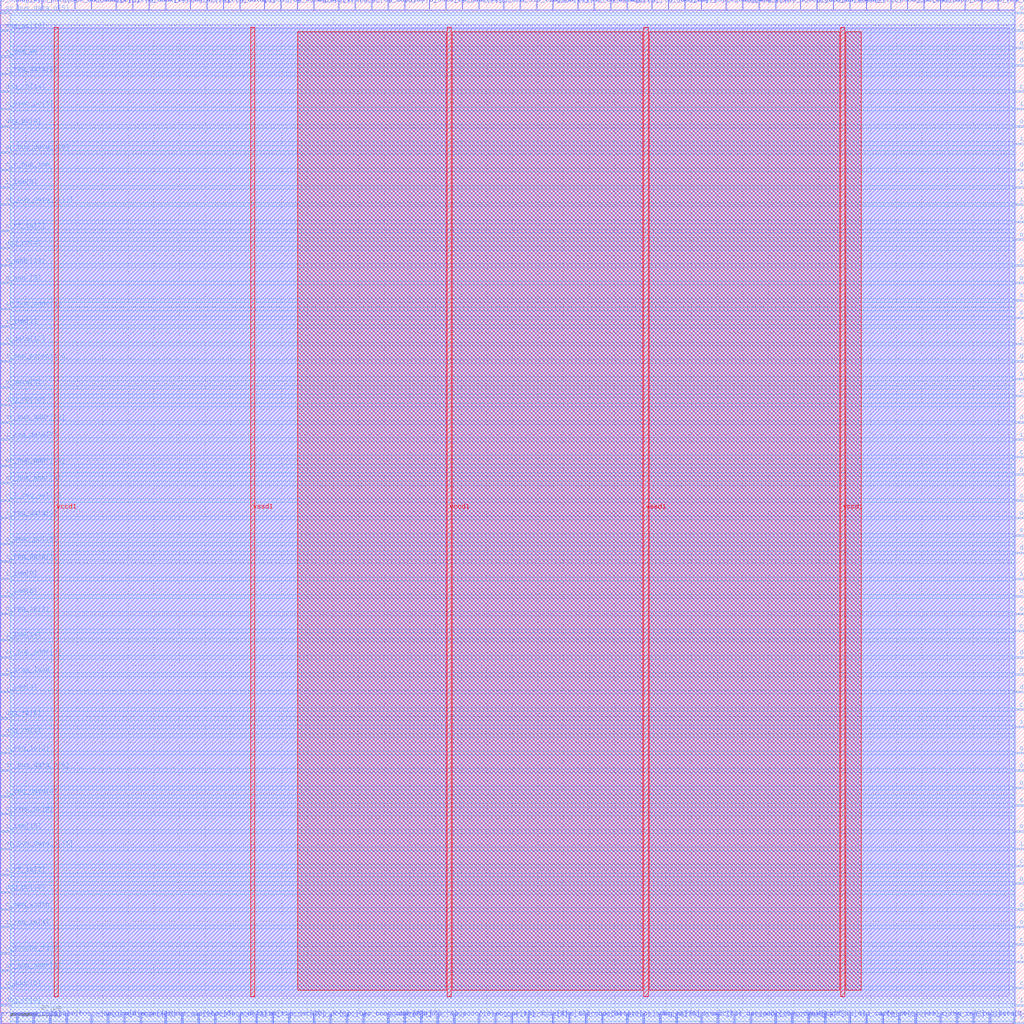
<source format=lef>
VERSION 5.7 ;
  NOWIREEXTENSIONATPIN ON ;
  DIVIDERCHAR "/" ;
  BUSBITCHARS "[]" ;
MACRO execute
  CLASS BLOCK ;
  FOREIGN execute ;
  ORIGIN 0.000 0.000 ;
  SIZE 400.000 BY 400.000 ;
  PIN c_alu_carry_en
    DIRECTION INPUT ;
    USE SIGNAL ;
    PORT
      LAYER met2 ;
        RECT 331.750 0.000 332.030 4.000 ;
    END
  END c_alu_carry_en
  PIN c_alu_flags_ie
    DIRECTION INPUT ;
    USE SIGNAL ;
    PORT
      LAYER met2 ;
        RECT 202.950 396.000 203.230 400.000 ;
    END
  END c_alu_flags_ie
  PIN c_alu_mode[0]
    DIRECTION INPUT ;
    USE SIGNAL ;
    PORT
      LAYER met2 ;
        RECT 70.930 0.000 71.210 4.000 ;
    END
  END c_alu_mode[0]
  PIN c_alu_mode[1]
    DIRECTION INPUT ;
    USE SIGNAL ;
    PORT
      LAYER met2 ;
        RECT 83.810 0.000 84.090 4.000 ;
    END
  END c_alu_mode[1]
  PIN c_alu_mode[2]
    DIRECTION INPUT ;
    USE SIGNAL ;
    PORT
      LAYER met2 ;
        RECT 302.770 396.000 303.050 400.000 ;
    END
  END c_alu_mode[2]
  PIN c_alu_mode[3]
    DIRECTION INPUT ;
    USE SIGNAL ;
    PORT
      LAYER met2 ;
        RECT 222.270 0.000 222.550 4.000 ;
    END
  END c_alu_mode[3]
  PIN c_jump_cond_code[0]
    DIRECTION INPUT ;
    USE SIGNAL ;
    PORT
      LAYER met2 ;
        RECT 302.770 0.000 303.050 4.000 ;
    END
  END c_jump_cond_code[0]
  PIN c_jump_cond_code[1]
    DIRECTION INPUT ;
    USE SIGNAL ;
    PORT
      LAYER met2 ;
        RECT 225.490 396.000 225.770 400.000 ;
    END
  END c_jump_cond_code[1]
  PIN c_jump_cond_code[2]
    DIRECTION INPUT ;
    USE SIGNAL ;
    PORT
      LAYER met2 ;
        RECT 135.330 0.000 135.610 4.000 ;
    END
  END c_jump_cond_code[2]
  PIN c_jump_cond_code[3]
    DIRECTION INPUT ;
    USE SIGNAL ;
    PORT
      LAYER met2 ;
        RECT 293.110 0.000 293.390 4.000 ;
    END
  END c_jump_cond_code[3]
  PIN c_jump_cond_code[4]
    DIRECTION INPUT ;
    USE SIGNAL ;
    PORT
      LAYER met2 ;
        RECT 35.510 0.000 35.790 4.000 ;
    END
  END c_jump_cond_code[4]
  PIN c_l_reg_sel[0]
    DIRECTION INPUT ;
    USE SIGNAL ;
    PORT
      LAYER met2 ;
        RECT 251.250 0.000 251.530 4.000 ;
    END
  END c_l_reg_sel[0]
  PIN c_l_reg_sel[1]
    DIRECTION INPUT ;
    USE SIGNAL ;
    PORT
      LAYER met3 ;
        RECT 0.000 204.040 4.000 204.640 ;
    END
  END c_l_reg_sel[1]
  PIN c_l_reg_sel[2]
    DIRECTION INPUT ;
    USE SIGNAL ;
    PORT
      LAYER met3 ;
        RECT 396.000 13.640 400.000 14.240 ;
    END
  END c_l_reg_sel[2]
  PIN c_mem_access
    DIRECTION INPUT ;
    USE SIGNAL ;
    PORT
      LAYER met3 ;
        RECT 396.000 387.640 400.000 388.240 ;
    END
  END c_mem_access
  PIN c_mem_we
    DIRECTION INPUT ;
    USE SIGNAL ;
    PORT
      LAYER met2 ;
        RECT 389.710 396.000 389.990 400.000 ;
    END
  END c_mem_we
  PIN c_mem_width
    DIRECTION INPUT ;
    USE SIGNAL ;
    PORT
      LAYER met3 ;
        RECT 0.000 44.240 4.000 44.840 ;
    END
  END c_mem_width
  PIN c_pc_ie
    DIRECTION INPUT ;
    USE SIGNAL ;
    PORT
      LAYER met3 ;
        RECT 396.000 61.240 400.000 61.840 ;
    END
  END c_pc_ie
  PIN c_pc_inc
    DIRECTION INPUT ;
    USE SIGNAL ;
    PORT
      LAYER met3 ;
        RECT 396.000 30.640 400.000 31.240 ;
    END
  END c_pc_inc
  PIN c_r_bus_imm
    DIRECTION INPUT ;
    USE SIGNAL ;
    PORT
      LAYER met3 ;
        RECT 0.000 333.240 4.000 333.840 ;
    END
  END c_r_bus_imm
  PIN c_r_reg_sel[0]
    DIRECTION INPUT ;
    USE SIGNAL ;
    PORT
      LAYER met3 ;
        RECT 396.000 122.440 400.000 123.040 ;
    END
  END c_r_reg_sel[0]
  PIN c_r_reg_sel[1]
    DIRECTION INPUT ;
    USE SIGNAL ;
    PORT
      LAYER met2 ;
        RECT 116.010 396.000 116.290 400.000 ;
    END
  END c_r_reg_sel[1]
  PIN c_r_reg_sel[2]
    DIRECTION INPUT ;
    USE SIGNAL ;
    PORT
      LAYER met3 ;
        RECT 396.000 363.840 400.000 364.440 ;
    END
  END c_r_reg_sel[2]
  PIN c_rf_ie[0]
    DIRECTION INPUT ;
    USE SIGNAL ;
    PORT
      LAYER met2 ;
        RECT 322.090 0.000 322.370 4.000 ;
    END
  END c_rf_ie[0]
  PIN c_rf_ie[1]
    DIRECTION INPUT ;
    USE SIGNAL ;
    PORT
      LAYER met2 ;
        RECT 309.210 0.000 309.490 4.000 ;
    END
  END c_rf_ie[1]
  PIN c_rf_ie[2]
    DIRECTION INPUT ;
    USE SIGNAL ;
    PORT
      LAYER met3 ;
        RECT 0.000 57.840 4.000 58.440 ;
    END
  END c_rf_ie[2]
  PIN c_rf_ie[3]
    DIRECTION INPUT ;
    USE SIGNAL ;
    PORT
      LAYER met2 ;
        RECT 80.590 396.000 80.870 400.000 ;
    END
  END c_rf_ie[3]
  PIN c_rf_ie[4]
    DIRECTION INPUT ;
    USE SIGNAL ;
    PORT
      LAYER met2 ;
        RECT 206.170 0.000 206.450 4.000 ;
    END
  END c_rf_ie[4]
  PIN c_rf_ie[5]
    DIRECTION INPUT ;
    USE SIGNAL ;
    PORT
      LAYER met3 ;
        RECT 396.000 153.040 400.000 153.640 ;
    END
  END c_rf_ie[5]
  PIN c_rf_ie[6]
    DIRECTION INPUT ;
    USE SIGNAL ;
    PORT
      LAYER met2 ;
        RECT 45.170 396.000 45.450 400.000 ;
    END
  END c_rf_ie[6]
  PIN c_rf_ie[7]
    DIRECTION INPUT ;
    USE SIGNAL ;
    PORT
      LAYER met3 ;
        RECT 0.000 309.440 4.000 310.040 ;
    END
  END c_rf_ie[7]
  PIN c_sreg_irt
    DIRECTION INPUT ;
    USE SIGNAL ;
    PORT
      LAYER met3 ;
        RECT 396.000 221.040 400.000 221.640 ;
    END
  END c_sreg_irt
  PIN c_sreg_jal_over
    DIRECTION INPUT ;
    USE SIGNAL ;
    PORT
      LAYER met3 ;
        RECT 396.000 244.840 400.000 245.440 ;
    END
  END c_sreg_jal_over
  PIN c_sreg_load
    DIRECTION INPUT ;
    USE SIGNAL ;
    PORT
      LAYER met3 ;
        RECT 0.000 136.040 4.000 136.640 ;
    END
  END c_sreg_load
  PIN c_sreg_store
    DIRECTION INPUT ;
    USE SIGNAL ;
    PORT
      LAYER met2 ;
        RECT 186.850 396.000 187.130 400.000 ;
    END
  END c_sreg_store
  PIN c_sys
    DIRECTION INPUT ;
    USE SIGNAL ;
    PORT
      LAYER met2 ;
        RECT 386.490 0.000 386.770 4.000 ;
    END
  END c_sys
  PIN c_used_operands[0]
    DIRECTION INPUT ;
    USE SIGNAL ;
    PORT
      LAYER met2 ;
        RECT 347.850 396.000 348.130 400.000 ;
    END
  END c_used_operands[0]
  PIN c_used_operands[1]
    DIRECTION INPUT ;
    USE SIGNAL ;
    PORT
      LAYER met2 ;
        RECT 22.630 396.000 22.910 400.000 ;
    END
  END c_used_operands[1]
  PIN dbg_pc[0]
    DIRECTION OUTPUT TRISTATE ;
    USE SIGNAL ;
    PORT
      LAYER met2 ;
        RECT 138.550 396.000 138.830 400.000 ;
    END
  END dbg_pc[0]
  PIN dbg_pc[10]
    DIRECTION OUTPUT TRISTATE ;
    USE SIGNAL ;
    PORT
      LAYER met3 ;
        RECT 0.000 387.640 4.000 388.240 ;
    END
  END dbg_pc[10]
  PIN dbg_pc[11]
    DIRECTION OUTPUT TRISTATE ;
    USE SIGNAL ;
    PORT
      LAYER met2 ;
        RECT 257.690 0.000 257.970 4.000 ;
    END
  END dbg_pc[11]
  PIN dbg_pc[12]
    DIRECTION OUTPUT TRISTATE ;
    USE SIGNAL ;
    PORT
      LAYER met3 ;
        RECT 0.000 51.040 4.000 51.640 ;
    END
  END dbg_pc[12]
  PIN dbg_pc[13]
    DIRECTION OUTPUT TRISTATE ;
    USE SIGNAL ;
    PORT
      LAYER met2 ;
        RECT 193.290 0.000 193.570 4.000 ;
    END
  END dbg_pc[13]
  PIN dbg_pc[14]
    DIRECTION OUTPUT TRISTATE ;
    USE SIGNAL ;
    PORT
      LAYER met2 ;
        RECT 74.150 396.000 74.430 400.000 ;
    END
  END dbg_pc[14]
  PIN dbg_pc[15]
    DIRECTION OUTPUT TRISTATE ;
    USE SIGNAL ;
    PORT
      LAYER met2 ;
        RECT 396.150 0.000 396.430 4.000 ;
    END
  END dbg_pc[15]
  PIN dbg_pc[1]
    DIRECTION OUTPUT TRISTATE ;
    USE SIGNAL ;
    PORT
      LAYER met3 ;
        RECT 396.000 142.840 400.000 143.440 ;
    END
  END dbg_pc[1]
  PIN dbg_pc[2]
    DIRECTION OUTPUT TRISTATE ;
    USE SIGNAL ;
    PORT
      LAYER met2 ;
        RECT 354.290 396.000 354.570 400.000 ;
    END
  END dbg_pc[2]
  PIN dbg_pc[3]
    DIRECTION OUTPUT TRISTATE ;
    USE SIGNAL ;
    PORT
      LAYER met3 ;
        RECT 396.000 258.440 400.000 259.040 ;
    END
  END dbg_pc[3]
  PIN dbg_pc[4]
    DIRECTION OUTPUT TRISTATE ;
    USE SIGNAL ;
    PORT
      LAYER met3 ;
        RECT 0.000 350.240 4.000 350.840 ;
    END
  END dbg_pc[4]
  PIN dbg_pc[5]
    DIRECTION OUTPUT TRISTATE ;
    USE SIGNAL ;
    PORT
      LAYER met2 ;
        RECT 128.890 0.000 129.170 4.000 ;
    END
  END dbg_pc[5]
  PIN dbg_pc[6]
    DIRECTION OUTPUT TRISTATE ;
    USE SIGNAL ;
    PORT
      LAYER met2 ;
        RECT 338.190 396.000 338.470 400.000 ;
    END
  END dbg_pc[6]
  PIN dbg_pc[7]
    DIRECTION OUTPUT TRISTATE ;
    USE SIGNAL ;
    PORT
      LAYER met2 ;
        RECT 6.530 396.000 6.810 400.000 ;
    END
  END dbg_pc[7]
  PIN dbg_pc[8]
    DIRECTION OUTPUT TRISTATE ;
    USE SIGNAL ;
    PORT
      LAYER met2 ;
        RECT 122.450 0.000 122.730 4.000 ;
    END
  END dbg_pc[8]
  PIN dbg_pc[9]
    DIRECTION OUTPUT TRISTATE ;
    USE SIGNAL ;
    PORT
      LAYER met2 ;
        RECT 122.450 396.000 122.730 400.000 ;
    END
  END dbg_pc[9]
  PIN dbg_r0[0]
    DIRECTION OUTPUT TRISTATE ;
    USE SIGNAL ;
    PORT
      LAYER met3 ;
        RECT 396.000 374.040 400.000 374.640 ;
    END
  END dbg_r0[0]
  PIN dbg_r0[10]
    DIRECTION OUTPUT TRISTATE ;
    USE SIGNAL ;
    PORT
      LAYER met3 ;
        RECT 0.000 241.440 4.000 242.040 ;
    END
  END dbg_r0[10]
  PIN dbg_r0[11]
    DIRECTION OUTPUT TRISTATE ;
    USE SIGNAL ;
    PORT
      LAYER met2 ;
        RECT 351.070 0.000 351.350 4.000 ;
    END
  END dbg_r0[11]
  PIN dbg_r0[12]
    DIRECTION OUTPUT TRISTATE ;
    USE SIGNAL ;
    PORT
      LAYER met3 ;
        RECT 396.000 234.640 400.000 235.240 ;
    END
  END dbg_r0[12]
  PIN dbg_r0[13]
    DIRECTION OUTPUT TRISTATE ;
    USE SIGNAL ;
    PORT
      LAYER met3 ;
        RECT 396.000 183.640 400.000 184.240 ;
    END
  END dbg_r0[13]
  PIN dbg_r0[14]
    DIRECTION OUTPUT TRISTATE ;
    USE SIGNAL ;
    PORT
      LAYER met3 ;
        RECT 0.000 363.840 4.000 364.440 ;
    END
  END dbg_r0[14]
  PIN dbg_r0[15]
    DIRECTION OUTPUT TRISTATE ;
    USE SIGNAL ;
    PORT
      LAYER met3 ;
        RECT 396.000 129.240 400.000 129.840 ;
    END
  END dbg_r0[15]
  PIN dbg_r0[1]
    DIRECTION OUTPUT TRISTATE ;
    USE SIGNAL ;
    PORT
      LAYER met3 ;
        RECT 0.000 112.240 4.000 112.840 ;
    END
  END dbg_r0[1]
  PIN dbg_r0[2]
    DIRECTION OUTPUT TRISTATE ;
    USE SIGNAL ;
    PORT
      LAYER met3 ;
        RECT 396.000 333.240 400.000 333.840 ;
    END
  END dbg_r0[2]
  PIN dbg_r0[3]
    DIRECTION OUTPUT TRISTATE ;
    USE SIGNAL ;
    PORT
      LAYER met2 ;
        RECT 289.890 396.000 290.170 400.000 ;
    END
  END dbg_r0[3]
  PIN dbg_r0[4]
    DIRECTION OUTPUT TRISTATE ;
    USE SIGNAL ;
    PORT
      LAYER met3 ;
        RECT 0.000 302.640 4.000 303.240 ;
    END
  END dbg_r0[4]
  PIN dbg_r0[5]
    DIRECTION OUTPUT TRISTATE ;
    USE SIGNAL ;
    PORT
      LAYER met2 ;
        RECT 296.330 396.000 296.610 400.000 ;
    END
  END dbg_r0[5]
  PIN dbg_r0[6]
    DIRECTION OUTPUT TRISTATE ;
    USE SIGNAL ;
    PORT
      LAYER met3 ;
        RECT 0.000 119.040 4.000 119.640 ;
    END
  END dbg_r0[6]
  PIN dbg_r0[7]
    DIRECTION OUTPUT TRISTATE ;
    USE SIGNAL ;
    PORT
      LAYER met2 ;
        RECT 244.810 396.000 245.090 400.000 ;
    END
  END dbg_r0[7]
  PIN dbg_r0[8]
    DIRECTION OUTPUT TRISTATE ;
    USE SIGNAL ;
    PORT
      LAYER met2 ;
        RECT 344.630 0.000 344.910 4.000 ;
    END
  END dbg_r0[8]
  PIN dbg_r0[9]
    DIRECTION OUTPUT TRISTATE ;
    USE SIGNAL ;
    PORT
      LAYER met3 ;
        RECT 0.000 6.840 4.000 7.440 ;
    END
  END dbg_r0[9]
  PIN i_clk
    DIRECTION INPUT ;
    USE SIGNAL ;
    PORT
      LAYER met3 ;
        RECT 396.000 6.840 400.000 7.440 ;
    END
  END i_clk
  PIN i_flush
    DIRECTION INPUT ;
    USE SIGNAL ;
    PORT
      LAYER met3 ;
        RECT 396.000 173.440 400.000 174.040 ;
    END
  END i_flush
  PIN i_imm[0]
    DIRECTION INPUT ;
    USE SIGNAL ;
    PORT
      LAYER met3 ;
        RECT 0.000 173.440 4.000 174.040 ;
    END
  END i_imm[0]
  PIN i_imm[10]
    DIRECTION INPUT ;
    USE SIGNAL ;
    PORT
      LAYER met2 ;
        RECT 132.110 396.000 132.390 400.000 ;
    END
  END i_imm[10]
  PIN i_imm[11]
    DIRECTION INPUT ;
    USE SIGNAL ;
    PORT
      LAYER met2 ;
        RECT 99.910 0.000 100.190 4.000 ;
    END
  END i_imm[11]
  PIN i_imm[12]
    DIRECTION INPUT ;
    USE SIGNAL ;
    PORT
      LAYER met2 ;
        RECT 215.830 0.000 216.110 4.000 ;
    END
  END i_imm[12]
  PIN i_imm[13]
    DIRECTION INPUT ;
    USE SIGNAL ;
    PORT
      LAYER met3 ;
        RECT 396.000 357.040 400.000 357.640 ;
    END
  END i_imm[13]
  PIN i_imm[14]
    DIRECTION INPUT ;
    USE SIGNAL ;
    PORT
      LAYER met3 ;
        RECT 0.000 149.640 4.000 150.240 ;
    END
  END i_imm[14]
  PIN i_imm[15]
    DIRECTION INPUT ;
    USE SIGNAL ;
    PORT
      LAYER met3 ;
        RECT 0.000 74.840 4.000 75.440 ;
    END
  END i_imm[15]
  PIN i_imm[1]
    DIRECTION INPUT ;
    USE SIGNAL ;
    PORT
      LAYER met3 ;
        RECT 0.000 272.040 4.000 272.640 ;
    END
  END i_imm[1]
  PIN i_imm[2]
    DIRECTION INPUT ;
    USE SIGNAL ;
    PORT
      LAYER met2 ;
        RECT 41.950 0.000 42.230 4.000 ;
    END
  END i_imm[2]
  PIN i_imm[3]
    DIRECTION INPUT ;
    USE SIGNAL ;
    PORT
      LAYER met2 ;
        RECT 157.870 396.000 158.150 400.000 ;
    END
  END i_imm[3]
  PIN i_imm[4]
    DIRECTION INPUT ;
    USE SIGNAL ;
    PORT
      LAYER met3 ;
        RECT 0.000 129.240 4.000 129.840 ;
    END
  END i_imm[4]
  PIN i_imm[5]
    DIRECTION INPUT ;
    USE SIGNAL ;
    PORT
      LAYER met3 ;
        RECT 0.000 326.440 4.000 327.040 ;
    END
  END i_imm[5]
  PIN i_imm[6]
    DIRECTION INPUT ;
    USE SIGNAL ;
    PORT
      LAYER met3 ;
        RECT 0.000 166.640 4.000 167.240 ;
    END
  END i_imm[6]
  PIN i_imm[7]
    DIRECTION INPUT ;
    USE SIGNAL ;
    PORT
      LAYER met2 ;
        RECT 267.350 396.000 267.630 400.000 ;
    END
  END i_imm[7]
  PIN i_imm[8]
    DIRECTION INPUT ;
    USE SIGNAL ;
    PORT
      LAYER met2 ;
        RECT 338.190 0.000 338.470 4.000 ;
    END
  END i_imm[8]
  PIN i_imm[9]
    DIRECTION INPUT ;
    USE SIGNAL ;
    PORT
      LAYER met3 ;
        RECT 396.000 265.240 400.000 265.840 ;
    END
  END i_imm[9]
  PIN i_irq
    DIRECTION INPUT ;
    USE SIGNAL ;
    PORT
      LAYER met2 ;
        RECT 196.510 396.000 196.790 400.000 ;
    END
  END i_irq
  PIN i_jmp_predict
    DIRECTION INPUT ;
    USE SIGNAL ;
    PORT
      LAYER met3 ;
        RECT 396.000 227.840 400.000 228.440 ;
    END
  END i_jmp_predict
  PIN i_mem_exception
    DIRECTION INPUT ;
    USE SIGNAL ;
    PORT
      LAYER met3 ;
        RECT 0.000 258.440 4.000 259.040 ;
    END
  END i_mem_exception
  PIN i_next_ready
    DIRECTION INPUT ;
    USE SIGNAL ;
    PORT
      LAYER met2 ;
        RECT 396.150 396.000 396.430 400.000 ;
    END
  END i_next_ready
  PIN i_reg_data[0]
    DIRECTION INPUT ;
    USE SIGNAL ;
    PORT
      LAYER met3 ;
        RECT 0.000 370.640 4.000 371.240 ;
    END
  END i_reg_data[0]
  PIN i_reg_data[10]
    DIRECTION INPUT ;
    USE SIGNAL ;
    PORT
      LAYER met2 ;
        RECT 254.470 396.000 254.750 400.000 ;
    END
  END i_reg_data[10]
  PIN i_reg_data[11]
    DIRECTION INPUT ;
    USE SIGNAL ;
    PORT
      LAYER met2 ;
        RECT 312.430 396.000 312.710 400.000 ;
    END
  END i_reg_data[11]
  PIN i_reg_data[12]
    DIRECTION INPUT ;
    USE SIGNAL ;
    PORT
      LAYER met3 ;
        RECT 396.000 115.640 400.000 116.240 ;
    END
  END i_reg_data[12]
  PIN i_reg_data[13]
    DIRECTION INPUT ;
    USE SIGNAL ;
    PORT
      LAYER met2 ;
        RECT 264.130 0.000 264.410 4.000 ;
    END
  END i_reg_data[13]
  PIN i_reg_data[14]
    DIRECTION INPUT ;
    USE SIGNAL ;
    PORT
      LAYER met2 ;
        RECT 51.610 396.000 51.890 400.000 ;
    END
  END i_reg_data[14]
  PIN i_reg_data[15]
    DIRECTION INPUT ;
    USE SIGNAL ;
    PORT
      LAYER met2 ;
        RECT 109.570 396.000 109.850 400.000 ;
    END
  END i_reg_data[15]
  PIN i_reg_data[1]
    DIRECTION INPUT ;
    USE SIGNAL ;
    PORT
      LAYER met3 ;
        RECT 0.000 180.240 4.000 180.840 ;
    END
  END i_reg_data[1]
  PIN i_reg_data[2]
    DIRECTION INPUT ;
    USE SIGNAL ;
    PORT
      LAYER met2 ;
        RECT 231.930 396.000 232.210 400.000 ;
    END
  END i_reg_data[2]
  PIN i_reg_data[3]
    DIRECTION INPUT ;
    USE SIGNAL ;
    PORT
      LAYER met2 ;
        RECT 380.050 0.000 380.330 4.000 ;
    END
  END i_reg_data[3]
  PIN i_reg_data[4]
    DIRECTION INPUT ;
    USE SIGNAL ;
    PORT
      LAYER met3 ;
        RECT 0.000 88.440 4.000 89.040 ;
    END
  END i_reg_data[4]
  PIN i_reg_data[5]
    DIRECTION INPUT ;
    USE SIGNAL ;
    PORT
      LAYER met3 ;
        RECT 396.000 23.840 400.000 24.440 ;
    END
  END i_reg_data[5]
  PIN i_reg_data[6]
    DIRECTION INPUT ;
    USE SIGNAL ;
    PORT
      LAYER met2 ;
        RECT 87.030 396.000 87.310 400.000 ;
    END
  END i_reg_data[6]
  PIN i_reg_data[7]
    DIRECTION INPUT ;
    USE SIGNAL ;
    PORT
      LAYER met3 ;
        RECT 0.000 227.840 4.000 228.440 ;
    END
  END i_reg_data[7]
  PIN i_reg_data[8]
    DIRECTION INPUT ;
    USE SIGNAL ;
    PORT
      LAYER met3 ;
        RECT 396.000 319.640 400.000 320.240 ;
    END
  END i_reg_data[8]
  PIN i_reg_data[9]
    DIRECTION INPUT ;
    USE SIGNAL ;
    PORT
      LAYER met3 ;
        RECT 0.000 197.240 4.000 197.840 ;
    END
  END i_reg_data[9]
  PIN i_reg_ie[0]
    DIRECTION INPUT ;
    USE SIGNAL ;
    PORT
      LAYER met3 ;
        RECT 396.000 68.040 400.000 68.640 ;
    END
  END i_reg_ie[0]
  PIN i_reg_ie[1]
    DIRECTION INPUT ;
    USE SIGNAL ;
    PORT
      LAYER met3 ;
        RECT 396.000 343.440 400.000 344.040 ;
    END
  END i_reg_ie[1]
  PIN i_reg_ie[2]
    DIRECTION INPUT ;
    USE SIGNAL ;
    PORT
      LAYER met3 ;
        RECT 396.000 326.440 400.000 327.040 ;
    END
  END i_reg_ie[2]
  PIN i_reg_ie[3]
    DIRECTION INPUT ;
    USE SIGNAL ;
    PORT
      LAYER met2 ;
        RECT 144.990 396.000 145.270 400.000 ;
    END
  END i_reg_ie[3]
  PIN i_reg_ie[4]
    DIRECTION INPUT ;
    USE SIGNAL ;
    PORT
      LAYER met3 ;
        RECT 0.000 37.440 4.000 38.040 ;
    END
  END i_reg_ie[4]
  PIN i_reg_ie[5]
    DIRECTION INPUT ;
    USE SIGNAL ;
    PORT
      LAYER met2 ;
        RECT 367.170 0.000 367.450 4.000 ;
    END
  END i_reg_ie[5]
  PIN i_reg_ie[6]
    DIRECTION INPUT ;
    USE SIGNAL ;
    PORT
      LAYER met3 ;
        RECT 396.000 251.640 400.000 252.240 ;
    END
  END i_reg_ie[6]
  PIN i_reg_ie[7]
    DIRECTION INPUT ;
    USE SIGNAL ;
    PORT
      LAYER met3 ;
        RECT 396.000 312.840 400.000 313.440 ;
    END
  END i_reg_ie[7]
  PIN i_rst
    DIRECTION INPUT ;
    USE SIGNAL ;
    PORT
      LAYER met2 ;
        RECT 367.170 396.000 367.450 400.000 ;
    END
  END i_rst
  PIN i_submit
    DIRECTION INPUT ;
    USE SIGNAL ;
    PORT
      LAYER met2 ;
        RECT 19.410 0.000 19.690 4.000 ;
    END
  END i_submit
  PIN o_addr[0]
    DIRECTION OUTPUT TRISTATE ;
    USE SIGNAL ;
    PORT
      LAYER met2 ;
        RECT 151.430 0.000 151.710 4.000 ;
    END
  END o_addr[0]
  PIN o_addr[10]
    DIRECTION OUTPUT TRISTATE ;
    USE SIGNAL ;
    PORT
      LAYER met3 ;
        RECT 396.000 91.840 400.000 92.440 ;
    END
  END o_addr[10]
  PIN o_addr[11]
    DIRECTION OUTPUT TRISTATE ;
    USE SIGNAL ;
    PORT
      LAYER met2 ;
        RECT 215.830 396.000 216.110 400.000 ;
    END
  END o_addr[11]
  PIN o_addr[12]
    DIRECTION OUTPUT TRISTATE ;
    USE SIGNAL ;
    PORT
      LAYER met2 ;
        RECT 177.190 0.000 177.470 4.000 ;
    END
  END o_addr[12]
  PIN o_addr[13]
    DIRECTION OUTPUT TRISTATE ;
    USE SIGNAL ;
    PORT
      LAYER met3 ;
        RECT 396.000 54.440 400.000 55.040 ;
    END
  END o_addr[13]
  PIN o_addr[14]
    DIRECTION OUTPUT TRISTATE ;
    USE SIGNAL ;
    PORT
      LAYER met3 ;
        RECT 0.000 295.840 4.000 296.440 ;
    END
  END o_addr[14]
  PIN o_addr[15]
    DIRECTION OUTPUT TRISTATE ;
    USE SIGNAL ;
    PORT
      LAYER met2 ;
        RECT 273.790 0.000 274.070 4.000 ;
    END
  END o_addr[15]
  PIN o_addr[1]
    DIRECTION OUTPUT TRISTATE ;
    USE SIGNAL ;
    PORT
      LAYER met2 ;
        RECT 58.050 396.000 58.330 400.000 ;
    END
  END o_addr[1]
  PIN o_addr[2]
    DIRECTION OUTPUT TRISTATE ;
    USE SIGNAL ;
    PORT
      LAYER met3 ;
        RECT 396.000 214.240 400.000 214.840 ;
    END
  END o_addr[2]
  PIN o_addr[3]
    DIRECTION OUTPUT TRISTATE ;
    USE SIGNAL ;
    PORT
      LAYER met2 ;
        RECT 164.310 0.000 164.590 4.000 ;
    END
  END o_addr[3]
  PIN o_addr[4]
    DIRECTION OUTPUT TRISTATE ;
    USE SIGNAL ;
    PORT
      LAYER met2 ;
        RECT 180.410 396.000 180.690 400.000 ;
    END
  END o_addr[4]
  PIN o_addr[5]
    DIRECTION OUTPUT TRISTATE ;
    USE SIGNAL ;
    PORT
      LAYER met3 ;
        RECT 0.000 13.640 4.000 14.240 ;
    END
  END o_addr[5]
  PIN o_addr[6]
    DIRECTION OUTPUT TRISTATE ;
    USE SIGNAL ;
    PORT
      LAYER met2 ;
        RECT 325.310 396.000 325.590 400.000 ;
    END
  END o_addr[6]
  PIN o_addr[7]
    DIRECTION OUTPUT TRISTATE ;
    USE SIGNAL ;
    PORT
      LAYER met2 ;
        RECT 157.870 0.000 158.150 4.000 ;
    END
  END o_addr[7]
  PIN o_addr[8]
    DIRECTION OUTPUT TRISTATE ;
    USE SIGNAL ;
    PORT
      LAYER met3 ;
        RECT 0.000 289.040 4.000 289.640 ;
    END
  END o_addr[8]
  PIN o_addr[9]
    DIRECTION OUTPUT TRISTATE ;
    USE SIGNAL ;
    PORT
      LAYER met2 ;
        RECT 383.270 396.000 383.550 400.000 ;
    END
  END o_addr[9]
  PIN o_c_data_page
    DIRECTION OUTPUT TRISTATE ;
    USE SIGNAL ;
    PORT
      LAYER met3 ;
        RECT 396.000 74.840 400.000 75.440 ;
    END
  END o_c_data_page
  PIN o_c_instr_page
    DIRECTION OUTPUT TRISTATE ;
    USE SIGNAL ;
    PORT
      LAYER met3 ;
        RECT 396.000 197.240 400.000 197.840 ;
    END
  END o_c_instr_page
  PIN o_data[0]
    DIRECTION OUTPUT TRISTATE ;
    USE SIGNAL ;
    PORT
      LAYER met2 ;
        RECT 112.790 0.000 113.070 4.000 ;
    END
  END o_data[0]
  PIN o_data[10]
    DIRECTION OUTPUT TRISTATE ;
    USE SIGNAL ;
    PORT
      LAYER met3 ;
        RECT 396.000 289.040 400.000 289.640 ;
    END
  END o_data[10]
  PIN o_data[11]
    DIRECTION OUTPUT TRISTATE ;
    USE SIGNAL ;
    PORT
      LAYER met3 ;
        RECT 396.000 37.440 400.000 38.040 ;
    END
  END o_data[11]
  PIN o_data[12]
    DIRECTION OUTPUT TRISTATE ;
    USE SIGNAL ;
    PORT
      LAYER met2 ;
        RECT 235.150 0.000 235.430 4.000 ;
    END
  END o_data[12]
  PIN o_data[13]
    DIRECTION OUTPUT TRISTATE ;
    USE SIGNAL ;
    PORT
      LAYER met3 ;
        RECT 0.000 265.240 4.000 265.840 ;
    END
  END o_data[13]
  PIN o_data[14]
    DIRECTION OUTPUT TRISTATE ;
    USE SIGNAL ;
    PORT
      LAYER met2 ;
        RECT 0.090 396.000 0.370 400.000 ;
    END
  END o_data[14]
  PIN o_data[15]
    DIRECTION OUTPUT TRISTATE ;
    USE SIGNAL ;
    PORT
      LAYER met2 ;
        RECT 93.470 0.000 93.750 4.000 ;
    END
  END o_data[15]
  PIN o_data[1]
    DIRECTION OUTPUT TRISTATE ;
    USE SIGNAL ;
    PORT
      LAYER met2 ;
        RECT 93.470 396.000 93.750 400.000 ;
    END
  END o_data[1]
  PIN o_data[2]
    DIRECTION OUTPUT TRISTATE ;
    USE SIGNAL ;
    PORT
      LAYER met2 ;
        RECT 315.650 0.000 315.930 4.000 ;
    END
  END o_data[2]
  PIN o_data[3]
    DIRECTION OUTPUT TRISTATE ;
    USE SIGNAL ;
    PORT
      LAYER met3 ;
        RECT 0.000 248.240 4.000 248.840 ;
    END
  END o_data[3]
  PIN o_data[4]
    DIRECTION OUTPUT TRISTATE ;
    USE SIGNAL ;
    PORT
      LAYER met2 ;
        RECT 331.750 396.000 332.030 400.000 ;
    END
  END o_data[4]
  PIN o_data[5]
    DIRECTION OUTPUT TRISTATE ;
    USE SIGNAL ;
    PORT
      LAYER met2 ;
        RECT 16.190 396.000 16.470 400.000 ;
    END
  END o_data[5]
  PIN o_data[6]
    DIRECTION OUTPUT TRISTATE ;
    USE SIGNAL ;
    PORT
      LAYER met2 ;
        RECT 103.130 396.000 103.410 400.000 ;
    END
  END o_data[6]
  PIN o_data[7]
    DIRECTION OUTPUT TRISTATE ;
    USE SIGNAL ;
    PORT
      LAYER met2 ;
        RECT 167.530 396.000 167.810 400.000 ;
    END
  END o_data[7]
  PIN o_data[8]
    DIRECTION OUTPUT TRISTATE ;
    USE SIGNAL ;
    PORT
      LAYER met2 ;
        RECT 151.430 396.000 151.710 400.000 ;
    END
  END o_data[8]
  PIN o_data[9]
    DIRECTION OUTPUT TRISTATE ;
    USE SIGNAL ;
    PORT
      LAYER met2 ;
        RECT 12.970 0.000 13.250 4.000 ;
    END
  END o_data[9]
  PIN o_exec_pc[0]
    DIRECTION OUTPUT TRISTATE ;
    USE SIGNAL ;
    PORT
      LAYER met2 ;
        RECT 64.490 0.000 64.770 4.000 ;
    END
  END o_exec_pc[0]
  PIN o_exec_pc[10]
    DIRECTION OUTPUT TRISTATE ;
    USE SIGNAL ;
    PORT
      LAYER met3 ;
        RECT 396.000 98.640 400.000 99.240 ;
    END
  END o_exec_pc[10]
  PIN o_exec_pc[11]
    DIRECTION OUTPUT TRISTATE ;
    USE SIGNAL ;
    PORT
      LAYER met2 ;
        RECT 186.850 0.000 187.130 4.000 ;
    END
  END o_exec_pc[11]
  PIN o_exec_pc[12]
    DIRECTION OUTPUT TRISTATE ;
    USE SIGNAL ;
    PORT
      LAYER met3 ;
        RECT 396.000 380.840 400.000 381.440 ;
    END
  END o_exec_pc[12]
  PIN o_exec_pc[13]
    DIRECTION OUTPUT TRISTATE ;
    USE SIGNAL ;
    PORT
      LAYER met3 ;
        RECT 0.000 187.040 4.000 187.640 ;
    END
  END o_exec_pc[13]
  PIN o_exec_pc[14]
    DIRECTION OUTPUT TRISTATE ;
    USE SIGNAL ;
    PORT
      LAYER met2 ;
        RECT 209.390 396.000 209.670 400.000 ;
    END
  END o_exec_pc[14]
  PIN o_exec_pc[15]
    DIRECTION OUTPUT TRISTATE ;
    USE SIGNAL ;
    PORT
      LAYER met2 ;
        RECT 48.390 0.000 48.670 4.000 ;
    END
  END o_exec_pc[15]
  PIN o_exec_pc[1]
    DIRECTION OUTPUT TRISTATE ;
    USE SIGNAL ;
    PORT
      LAYER met3 ;
        RECT 396.000 136.040 400.000 136.640 ;
    END
  END o_exec_pc[1]
  PIN o_exec_pc[2]
    DIRECTION OUTPUT TRISTATE ;
    USE SIGNAL ;
    PORT
      LAYER met3 ;
        RECT 396.000 295.840 400.000 296.440 ;
    END
  END o_exec_pc[2]
  PIN o_exec_pc[3]
    DIRECTION OUTPUT TRISTATE ;
    USE SIGNAL ;
    PORT
      LAYER met2 ;
        RECT 35.510 396.000 35.790 400.000 ;
    END
  END o_exec_pc[3]
  PIN o_exec_pc[4]
    DIRECTION OUTPUT TRISTATE ;
    USE SIGNAL ;
    PORT
      LAYER met3 ;
        RECT 396.000 204.040 400.000 204.640 ;
    END
  END o_exec_pc[4]
  PIN o_exec_pc[5]
    DIRECTION OUTPUT TRISTATE ;
    USE SIGNAL ;
    PORT
      LAYER met3 ;
        RECT 0.000 357.040 4.000 357.640 ;
    END
  END o_exec_pc[5]
  PIN o_exec_pc[6]
    DIRECTION OUTPUT TRISTATE ;
    USE SIGNAL ;
    PORT
      LAYER met3 ;
        RECT 0.000 81.640 4.000 82.240 ;
    END
  END o_exec_pc[6]
  PIN o_exec_pc[7]
    DIRECTION OUTPUT TRISTATE ;
    USE SIGNAL ;
    PORT
      LAYER met3 ;
        RECT 396.000 350.240 400.000 350.840 ;
    END
  END o_exec_pc[7]
  PIN o_exec_pc[8]
    DIRECTION OUTPUT TRISTATE ;
    USE SIGNAL ;
    PORT
      LAYER met2 ;
        RECT 238.370 396.000 238.650 400.000 ;
    END
  END o_exec_pc[8]
  PIN o_exec_pc[9]
    DIRECTION OUTPUT TRISTATE ;
    USE SIGNAL ;
    PORT
      LAYER met2 ;
        RECT 106.350 0.000 106.630 4.000 ;
    END
  END o_exec_pc[9]
  PIN o_flush
    DIRECTION OUTPUT TRISTATE ;
    USE SIGNAL ;
    PORT
      LAYER met3 ;
        RECT 396.000 159.840 400.000 160.440 ;
    END
  END o_flush
  PIN o_icache_flush
    DIRECTION OUTPUT TRISTATE ;
    USE SIGNAL ;
    PORT
      LAYER met3 ;
        RECT 0.000 27.240 4.000 27.840 ;
    END
  END o_icache_flush
  PIN o_mem_access
    DIRECTION OUTPUT TRISTATE ;
    USE SIGNAL ;
    PORT
      LAYER met3 ;
        RECT 396.000 44.240 400.000 44.840 ;
    END
  END o_mem_access
  PIN o_mem_we
    DIRECTION OUTPUT TRISTATE ;
    USE SIGNAL ;
    PORT
      LAYER met3 ;
        RECT 0.000 377.440 4.000 378.040 ;
    END
  END o_mem_we
  PIN o_mem_width
    DIRECTION OUTPUT TRISTATE ;
    USE SIGNAL ;
    PORT
      LAYER met2 ;
        RECT 357.510 0.000 357.790 4.000 ;
    END
  END o_mem_width
  PIN o_pc_update
    DIRECTION OUTPUT TRISTATE ;
    USE SIGNAL ;
    PORT
      LAYER met2 ;
        RECT 54.830 0.000 55.110 4.000 ;
    END
  END o_pc_update
  PIN o_ready
    DIRECTION OUTPUT TRISTATE ;
    USE SIGNAL ;
    PORT
      LAYER met2 ;
        RECT 170.750 0.000 171.030 4.000 ;
    END
  END o_ready
  PIN o_reg_ie[0]
    DIRECTION OUTPUT TRISTATE ;
    USE SIGNAL ;
    PORT
      LAYER met3 ;
        RECT 396.000 105.440 400.000 106.040 ;
    END
  END o_reg_ie[0]
  PIN o_reg_ie[1]
    DIRECTION OUTPUT TRISTATE ;
    USE SIGNAL ;
    PORT
      LAYER met3 ;
        RECT 396.000 394.440 400.000 395.040 ;
    END
  END o_reg_ie[1]
  PIN o_reg_ie[2]
    DIRECTION OUTPUT TRISTATE ;
    USE SIGNAL ;
    PORT
      LAYER met3 ;
        RECT 0.000 105.440 4.000 106.040 ;
    END
  END o_reg_ie[2]
  PIN o_reg_ie[3]
    DIRECTION OUTPUT TRISTATE ;
    USE SIGNAL ;
    PORT
      LAYER met2 ;
        RECT 373.610 0.000 373.890 4.000 ;
    END
  END o_reg_ie[3]
  PIN o_reg_ie[4]
    DIRECTION OUTPUT TRISTATE ;
    USE SIGNAL ;
    PORT
      LAYER met3 ;
        RECT 0.000 159.840 4.000 160.440 ;
    END
  END o_reg_ie[4]
  PIN o_reg_ie[5]
    DIRECTION OUTPUT TRISTATE ;
    USE SIGNAL ;
    PORT
      LAYER met3 ;
        RECT 396.000 166.640 400.000 167.240 ;
    END
  END o_reg_ie[5]
  PIN o_reg_ie[6]
    DIRECTION OUTPUT TRISTATE ;
    USE SIGNAL ;
    PORT
      LAYER met2 ;
        RECT 6.530 0.000 6.810 4.000 ;
    END
  END o_reg_ie[6]
  PIN o_reg_ie[7]
    DIRECTION OUTPUT TRISTATE ;
    USE SIGNAL ;
    PORT
      LAYER met3 ;
        RECT 396.000 306.040 400.000 306.640 ;
    END
  END o_reg_ie[7]
  PIN o_submit
    DIRECTION OUTPUT TRISTATE ;
    USE SIGNAL ;
    PORT
      LAYER met2 ;
        RECT 376.830 396.000 377.110 400.000 ;
    END
  END o_submit
  PIN sr_bus_addr[0]
    DIRECTION OUTPUT TRISTATE ;
    USE SIGNAL ;
    PORT
      LAYER met3 ;
        RECT 396.000 0.040 400.000 0.640 ;
    END
  END sr_bus_addr[0]
  PIN sr_bus_addr[10]
    DIRECTION OUTPUT TRISTATE ;
    USE SIGNAL ;
    PORT
      LAYER met2 ;
        RECT 360.730 396.000 361.010 400.000 ;
    END
  END sr_bus_addr[10]
  PIN sr_bus_addr[11]
    DIRECTION OUTPUT TRISTATE ;
    USE SIGNAL ;
    PORT
      LAYER met3 ;
        RECT 0.000 217.640 4.000 218.240 ;
    END
  END sr_bus_addr[11]
  PIN sr_bus_addr[12]
    DIRECTION OUTPUT TRISTATE ;
    USE SIGNAL ;
    PORT
      LAYER met3 ;
        RECT 0.000 234.640 4.000 235.240 ;
    END
  END sr_bus_addr[12]
  PIN sr_bus_addr[13]
    DIRECTION OUTPUT TRISTATE ;
    USE SIGNAL ;
    PORT
      LAYER met2 ;
        RECT 244.810 0.000 245.090 4.000 ;
    END
  END sr_bus_addr[13]
  PIN sr_bus_addr[14]
    DIRECTION OUTPUT TRISTATE ;
    USE SIGNAL ;
    PORT
      LAYER met2 ;
        RECT 0.090 0.000 0.370 4.000 ;
    END
  END sr_bus_addr[14]
  PIN sr_bus_addr[15]
    DIRECTION OUTPUT TRISTATE ;
    USE SIGNAL ;
    PORT
      LAYER met2 ;
        RECT 286.670 0.000 286.950 4.000 ;
    END
  END sr_bus_addr[15]
  PIN sr_bus_addr[1]
    DIRECTION OUTPUT TRISTATE ;
    USE SIGNAL ;
    PORT
      LAYER met3 ;
        RECT 0.000 278.840 4.000 279.440 ;
    END
  END sr_bus_addr[1]
  PIN sr_bus_addr[2]
    DIRECTION OUTPUT TRISTATE ;
    USE SIGNAL ;
    PORT
      LAYER met2 ;
        RECT 29.070 396.000 29.350 400.000 ;
    END
  END sr_bus_addr[2]
  PIN sr_bus_addr[3]
    DIRECTION OUTPUT TRISTATE ;
    USE SIGNAL ;
    PORT
      LAYER met3 ;
        RECT 0.000 142.840 4.000 143.440 ;
    END
  END sr_bus_addr[3]
  PIN sr_bus_addr[4]
    DIRECTION OUTPUT TRISTATE ;
    USE SIGNAL ;
    PORT
      LAYER met3 ;
        RECT 0.000 210.840 4.000 211.440 ;
    END
  END sr_bus_addr[4]
  PIN sr_bus_addr[5]
    DIRECTION OUTPUT TRISTATE ;
    USE SIGNAL ;
    PORT
      LAYER met3 ;
        RECT 0.000 20.440 4.000 21.040 ;
    END
  END sr_bus_addr[5]
  PIN sr_bus_addr[6]
    DIRECTION OUTPUT TRISTATE ;
    USE SIGNAL ;
    PORT
      LAYER met2 ;
        RECT 25.850 0.000 26.130 4.000 ;
    END
  END sr_bus_addr[6]
  PIN sr_bus_addr[7]
    DIRECTION OUTPUT TRISTATE ;
    USE SIGNAL ;
    PORT
      LAYER met2 ;
        RECT 260.910 396.000 261.190 400.000 ;
    END
  END sr_bus_addr[7]
  PIN sr_bus_addr[8]
    DIRECTION OUTPUT TRISTATE ;
    USE SIGNAL ;
    PORT
      LAYER met2 ;
        RECT 173.970 396.000 174.250 400.000 ;
    END
  END sr_bus_addr[8]
  PIN sr_bus_addr[9]
    DIRECTION OUTPUT TRISTATE ;
    USE SIGNAL ;
    PORT
      LAYER met2 ;
        RECT 199.730 0.000 200.010 4.000 ;
    END
  END sr_bus_addr[9]
  PIN sr_bus_data_o[0]
    DIRECTION OUTPUT TRISTATE ;
    USE SIGNAL ;
    PORT
      LAYER met2 ;
        RECT 318.870 396.000 319.150 400.000 ;
    END
  END sr_bus_data_o[0]
  PIN sr_bus_data_o[10]
    DIRECTION OUTPUT TRISTATE ;
    USE SIGNAL ;
    PORT
      LAYER met3 ;
        RECT 396.000 85.040 400.000 85.640 ;
    END
  END sr_bus_data_o[10]
  PIN sr_bus_data_o[11]
    DIRECTION OUTPUT TRISTATE ;
    USE SIGNAL ;
    PORT
      LAYER met3 ;
        RECT 0.000 319.640 4.000 320.240 ;
    END
  END sr_bus_data_o[11]
  PIN sr_bus_data_o[12]
    DIRECTION OUTPUT TRISTATE ;
    USE SIGNAL ;
    PORT
      LAYER met3 ;
        RECT 396.000 282.240 400.000 282.840 ;
    END
  END sr_bus_data_o[12]
  PIN sr_bus_data_o[13]
    DIRECTION OUTPUT TRISTATE ;
    USE SIGNAL ;
    PORT
      LAYER met2 ;
        RECT 77.370 0.000 77.650 4.000 ;
    END
  END sr_bus_data_o[13]
  PIN sr_bus_data_o[14]
    DIRECTION OUTPUT TRISTATE ;
    USE SIGNAL ;
    PORT
      LAYER met2 ;
        RECT 141.770 0.000 142.050 4.000 ;
    END
  END sr_bus_data_o[14]
  PIN sr_bus_data_o[15]
    DIRECTION OUTPUT TRISTATE ;
    USE SIGNAL ;
    PORT
      LAYER met3 ;
        RECT 0.000 68.040 4.000 68.640 ;
    END
  END sr_bus_data_o[15]
  PIN sr_bus_data_o[1]
    DIRECTION OUTPUT TRISTATE ;
    USE SIGNAL ;
    PORT
      LAYER met3 ;
        RECT 396.000 275.440 400.000 276.040 ;
    END
  END sr_bus_data_o[1]
  PIN sr_bus_data_o[2]
    DIRECTION OUTPUT TRISTATE ;
    USE SIGNAL ;
    PORT
      LAYER met2 ;
        RECT 228.710 0.000 228.990 4.000 ;
    END
  END sr_bus_data_o[2]
  PIN sr_bus_data_o[3]
    DIRECTION OUTPUT TRISTATE ;
    USE SIGNAL ;
    PORT
      LAYER met2 ;
        RECT 283.450 396.000 283.730 400.000 ;
    END
  END sr_bus_data_o[3]
  PIN sr_bus_data_o[4]
    DIRECTION OUTPUT TRISTATE ;
    USE SIGNAL ;
    PORT
      LAYER met2 ;
        RECT 273.790 396.000 274.070 400.000 ;
    END
  END sr_bus_data_o[4]
  PIN sr_bus_data_o[5]
    DIRECTION OUTPUT TRISTATE ;
    USE SIGNAL ;
    PORT
      LAYER met3 ;
        RECT 0.000 394.440 4.000 395.040 ;
    END
  END sr_bus_data_o[5]
  PIN sr_bus_data_o[6]
    DIRECTION OUTPUT TRISTATE ;
    USE SIGNAL ;
    PORT
      LAYER met2 ;
        RECT 64.490 396.000 64.770 400.000 ;
    END
  END sr_bus_data_o[6]
  PIN sr_bus_data_o[7]
    DIRECTION OUTPUT TRISTATE ;
    USE SIGNAL ;
    PORT
      LAYER met2 ;
        RECT 280.230 0.000 280.510 4.000 ;
    END
  END sr_bus_data_o[7]
  PIN sr_bus_data_o[8]
    DIRECTION OUTPUT TRISTATE ;
    USE SIGNAL ;
    PORT
      LAYER met3 ;
        RECT 0.000 98.640 4.000 99.240 ;
    END
  END sr_bus_data_o[8]
  PIN sr_bus_data_o[9]
    DIRECTION OUTPUT TRISTATE ;
    USE SIGNAL ;
    PORT
      LAYER met3 ;
        RECT 0.000 340.040 4.000 340.640 ;
    END
  END sr_bus_data_o[9]
  PIN sr_bus_we
    DIRECTION OUTPUT TRISTATE ;
    USE SIGNAL ;
    PORT
      LAYER met3 ;
        RECT 396.000 190.440 400.000 191.040 ;
    END
  END sr_bus_we
  PIN vccd1
    DIRECTION INOUT ;
    USE POWER ;
    PORT
      LAYER met4 ;
        RECT 21.040 10.640 22.640 389.200 ;
    END
    PORT
      LAYER met4 ;
        RECT 174.640 10.640 176.240 389.200 ;
    END
    PORT
      LAYER met4 ;
        RECT 328.240 10.640 329.840 389.200 ;
    END
  END vccd1
  PIN vssd1
    DIRECTION INOUT ;
    USE GROUND ;
    PORT
      LAYER met4 ;
        RECT 97.840 10.640 99.440 389.200 ;
    END
    PORT
      LAYER met4 ;
        RECT 251.440 10.640 253.040 389.200 ;
    END
  END vssd1
  OBS
      LAYER li1 ;
        RECT 5.520 10.795 394.220 389.045 ;
      LAYER met1 ;
        RECT 0.070 7.860 396.450 390.280 ;
      LAYER met2 ;
        RECT 0.650 395.720 6.250 396.170 ;
        RECT 7.090 395.720 15.910 396.170 ;
        RECT 16.750 395.720 22.350 396.170 ;
        RECT 23.190 395.720 28.790 396.170 ;
        RECT 29.630 395.720 35.230 396.170 ;
        RECT 36.070 395.720 44.890 396.170 ;
        RECT 45.730 395.720 51.330 396.170 ;
        RECT 52.170 395.720 57.770 396.170 ;
        RECT 58.610 395.720 64.210 396.170 ;
        RECT 65.050 395.720 73.870 396.170 ;
        RECT 74.710 395.720 80.310 396.170 ;
        RECT 81.150 395.720 86.750 396.170 ;
        RECT 87.590 395.720 93.190 396.170 ;
        RECT 94.030 395.720 102.850 396.170 ;
        RECT 103.690 395.720 109.290 396.170 ;
        RECT 110.130 395.720 115.730 396.170 ;
        RECT 116.570 395.720 122.170 396.170 ;
        RECT 123.010 395.720 131.830 396.170 ;
        RECT 132.670 395.720 138.270 396.170 ;
        RECT 139.110 395.720 144.710 396.170 ;
        RECT 145.550 395.720 151.150 396.170 ;
        RECT 151.990 395.720 157.590 396.170 ;
        RECT 158.430 395.720 167.250 396.170 ;
        RECT 168.090 395.720 173.690 396.170 ;
        RECT 174.530 395.720 180.130 396.170 ;
        RECT 180.970 395.720 186.570 396.170 ;
        RECT 187.410 395.720 196.230 396.170 ;
        RECT 197.070 395.720 202.670 396.170 ;
        RECT 203.510 395.720 209.110 396.170 ;
        RECT 209.950 395.720 215.550 396.170 ;
        RECT 216.390 395.720 225.210 396.170 ;
        RECT 226.050 395.720 231.650 396.170 ;
        RECT 232.490 395.720 238.090 396.170 ;
        RECT 238.930 395.720 244.530 396.170 ;
        RECT 245.370 395.720 254.190 396.170 ;
        RECT 255.030 395.720 260.630 396.170 ;
        RECT 261.470 395.720 267.070 396.170 ;
        RECT 267.910 395.720 273.510 396.170 ;
        RECT 274.350 395.720 283.170 396.170 ;
        RECT 284.010 395.720 289.610 396.170 ;
        RECT 290.450 395.720 296.050 396.170 ;
        RECT 296.890 395.720 302.490 396.170 ;
        RECT 303.330 395.720 312.150 396.170 ;
        RECT 312.990 395.720 318.590 396.170 ;
        RECT 319.430 395.720 325.030 396.170 ;
        RECT 325.870 395.720 331.470 396.170 ;
        RECT 332.310 395.720 337.910 396.170 ;
        RECT 338.750 395.720 347.570 396.170 ;
        RECT 348.410 395.720 354.010 396.170 ;
        RECT 354.850 395.720 360.450 396.170 ;
        RECT 361.290 395.720 366.890 396.170 ;
        RECT 367.730 395.720 376.550 396.170 ;
        RECT 377.390 395.720 382.990 396.170 ;
        RECT 383.830 395.720 389.430 396.170 ;
        RECT 390.270 395.720 395.870 396.170 ;
        RECT 0.100 4.280 396.420 395.720 ;
        RECT 0.650 0.155 6.250 4.280 ;
        RECT 7.090 0.155 12.690 4.280 ;
        RECT 13.530 0.155 19.130 4.280 ;
        RECT 19.970 0.155 25.570 4.280 ;
        RECT 26.410 0.155 35.230 4.280 ;
        RECT 36.070 0.155 41.670 4.280 ;
        RECT 42.510 0.155 48.110 4.280 ;
        RECT 48.950 0.155 54.550 4.280 ;
        RECT 55.390 0.155 64.210 4.280 ;
        RECT 65.050 0.155 70.650 4.280 ;
        RECT 71.490 0.155 77.090 4.280 ;
        RECT 77.930 0.155 83.530 4.280 ;
        RECT 84.370 0.155 93.190 4.280 ;
        RECT 94.030 0.155 99.630 4.280 ;
        RECT 100.470 0.155 106.070 4.280 ;
        RECT 106.910 0.155 112.510 4.280 ;
        RECT 113.350 0.155 122.170 4.280 ;
        RECT 123.010 0.155 128.610 4.280 ;
        RECT 129.450 0.155 135.050 4.280 ;
        RECT 135.890 0.155 141.490 4.280 ;
        RECT 142.330 0.155 151.150 4.280 ;
        RECT 151.990 0.155 157.590 4.280 ;
        RECT 158.430 0.155 164.030 4.280 ;
        RECT 164.870 0.155 170.470 4.280 ;
        RECT 171.310 0.155 176.910 4.280 ;
        RECT 177.750 0.155 186.570 4.280 ;
        RECT 187.410 0.155 193.010 4.280 ;
        RECT 193.850 0.155 199.450 4.280 ;
        RECT 200.290 0.155 205.890 4.280 ;
        RECT 206.730 0.155 215.550 4.280 ;
        RECT 216.390 0.155 221.990 4.280 ;
        RECT 222.830 0.155 228.430 4.280 ;
        RECT 229.270 0.155 234.870 4.280 ;
        RECT 235.710 0.155 244.530 4.280 ;
        RECT 245.370 0.155 250.970 4.280 ;
        RECT 251.810 0.155 257.410 4.280 ;
        RECT 258.250 0.155 263.850 4.280 ;
        RECT 264.690 0.155 273.510 4.280 ;
        RECT 274.350 0.155 279.950 4.280 ;
        RECT 280.790 0.155 286.390 4.280 ;
        RECT 287.230 0.155 292.830 4.280 ;
        RECT 293.670 0.155 302.490 4.280 ;
        RECT 303.330 0.155 308.930 4.280 ;
        RECT 309.770 0.155 315.370 4.280 ;
        RECT 316.210 0.155 321.810 4.280 ;
        RECT 322.650 0.155 331.470 4.280 ;
        RECT 332.310 0.155 337.910 4.280 ;
        RECT 338.750 0.155 344.350 4.280 ;
        RECT 345.190 0.155 350.790 4.280 ;
        RECT 351.630 0.155 357.230 4.280 ;
        RECT 358.070 0.155 366.890 4.280 ;
        RECT 367.730 0.155 373.330 4.280 ;
        RECT 374.170 0.155 379.770 4.280 ;
        RECT 380.610 0.155 386.210 4.280 ;
        RECT 387.050 0.155 395.870 4.280 ;
      LAYER met3 ;
        RECT 4.400 394.040 395.600 394.905 ;
        RECT 4.000 388.640 396.000 394.040 ;
        RECT 4.400 387.240 395.600 388.640 ;
        RECT 4.000 381.840 396.000 387.240 ;
        RECT 4.000 380.440 395.600 381.840 ;
        RECT 4.000 378.440 396.000 380.440 ;
        RECT 4.400 377.040 396.000 378.440 ;
        RECT 4.000 375.040 396.000 377.040 ;
        RECT 4.000 373.640 395.600 375.040 ;
        RECT 4.000 371.640 396.000 373.640 ;
        RECT 4.400 370.240 396.000 371.640 ;
        RECT 4.000 364.840 396.000 370.240 ;
        RECT 4.400 363.440 395.600 364.840 ;
        RECT 4.000 358.040 396.000 363.440 ;
        RECT 4.400 356.640 395.600 358.040 ;
        RECT 4.000 351.240 396.000 356.640 ;
        RECT 4.400 349.840 395.600 351.240 ;
        RECT 4.000 344.440 396.000 349.840 ;
        RECT 4.000 343.040 395.600 344.440 ;
        RECT 4.000 341.040 396.000 343.040 ;
        RECT 4.400 339.640 396.000 341.040 ;
        RECT 4.000 334.240 396.000 339.640 ;
        RECT 4.400 332.840 395.600 334.240 ;
        RECT 4.000 327.440 396.000 332.840 ;
        RECT 4.400 326.040 395.600 327.440 ;
        RECT 4.000 320.640 396.000 326.040 ;
        RECT 4.400 319.240 395.600 320.640 ;
        RECT 4.000 313.840 396.000 319.240 ;
        RECT 4.000 312.440 395.600 313.840 ;
        RECT 4.000 310.440 396.000 312.440 ;
        RECT 4.400 309.040 396.000 310.440 ;
        RECT 4.000 307.040 396.000 309.040 ;
        RECT 4.000 305.640 395.600 307.040 ;
        RECT 4.000 303.640 396.000 305.640 ;
        RECT 4.400 302.240 396.000 303.640 ;
        RECT 4.000 296.840 396.000 302.240 ;
        RECT 4.400 295.440 395.600 296.840 ;
        RECT 4.000 290.040 396.000 295.440 ;
        RECT 4.400 288.640 395.600 290.040 ;
        RECT 4.000 283.240 396.000 288.640 ;
        RECT 4.000 281.840 395.600 283.240 ;
        RECT 4.000 279.840 396.000 281.840 ;
        RECT 4.400 278.440 396.000 279.840 ;
        RECT 4.000 276.440 396.000 278.440 ;
        RECT 4.000 275.040 395.600 276.440 ;
        RECT 4.000 273.040 396.000 275.040 ;
        RECT 4.400 271.640 396.000 273.040 ;
        RECT 4.000 266.240 396.000 271.640 ;
        RECT 4.400 264.840 395.600 266.240 ;
        RECT 4.000 259.440 396.000 264.840 ;
        RECT 4.400 258.040 395.600 259.440 ;
        RECT 4.000 252.640 396.000 258.040 ;
        RECT 4.000 251.240 395.600 252.640 ;
        RECT 4.000 249.240 396.000 251.240 ;
        RECT 4.400 247.840 396.000 249.240 ;
        RECT 4.000 245.840 396.000 247.840 ;
        RECT 4.000 244.440 395.600 245.840 ;
        RECT 4.000 242.440 396.000 244.440 ;
        RECT 4.400 241.040 396.000 242.440 ;
        RECT 4.000 235.640 396.000 241.040 ;
        RECT 4.400 234.240 395.600 235.640 ;
        RECT 4.000 228.840 396.000 234.240 ;
        RECT 4.400 227.440 395.600 228.840 ;
        RECT 4.000 222.040 396.000 227.440 ;
        RECT 4.000 220.640 395.600 222.040 ;
        RECT 4.000 218.640 396.000 220.640 ;
        RECT 4.400 217.240 396.000 218.640 ;
        RECT 4.000 215.240 396.000 217.240 ;
        RECT 4.000 213.840 395.600 215.240 ;
        RECT 4.000 211.840 396.000 213.840 ;
        RECT 4.400 210.440 396.000 211.840 ;
        RECT 4.000 205.040 396.000 210.440 ;
        RECT 4.400 203.640 395.600 205.040 ;
        RECT 4.000 198.240 396.000 203.640 ;
        RECT 4.400 196.840 395.600 198.240 ;
        RECT 4.000 191.440 396.000 196.840 ;
        RECT 4.000 190.040 395.600 191.440 ;
        RECT 4.000 188.040 396.000 190.040 ;
        RECT 4.400 186.640 396.000 188.040 ;
        RECT 4.000 184.640 396.000 186.640 ;
        RECT 4.000 183.240 395.600 184.640 ;
        RECT 4.000 181.240 396.000 183.240 ;
        RECT 4.400 179.840 396.000 181.240 ;
        RECT 4.000 174.440 396.000 179.840 ;
        RECT 4.400 173.040 395.600 174.440 ;
        RECT 4.000 167.640 396.000 173.040 ;
        RECT 4.400 166.240 395.600 167.640 ;
        RECT 4.000 160.840 396.000 166.240 ;
        RECT 4.400 159.440 395.600 160.840 ;
        RECT 4.000 154.040 396.000 159.440 ;
        RECT 4.000 152.640 395.600 154.040 ;
        RECT 4.000 150.640 396.000 152.640 ;
        RECT 4.400 149.240 396.000 150.640 ;
        RECT 4.000 143.840 396.000 149.240 ;
        RECT 4.400 142.440 395.600 143.840 ;
        RECT 4.000 137.040 396.000 142.440 ;
        RECT 4.400 135.640 395.600 137.040 ;
        RECT 4.000 130.240 396.000 135.640 ;
        RECT 4.400 128.840 395.600 130.240 ;
        RECT 4.000 123.440 396.000 128.840 ;
        RECT 4.000 122.040 395.600 123.440 ;
        RECT 4.000 120.040 396.000 122.040 ;
        RECT 4.400 118.640 396.000 120.040 ;
        RECT 4.000 116.640 396.000 118.640 ;
        RECT 4.000 115.240 395.600 116.640 ;
        RECT 4.000 113.240 396.000 115.240 ;
        RECT 4.400 111.840 396.000 113.240 ;
        RECT 4.000 106.440 396.000 111.840 ;
        RECT 4.400 105.040 395.600 106.440 ;
        RECT 4.000 99.640 396.000 105.040 ;
        RECT 4.400 98.240 395.600 99.640 ;
        RECT 4.000 92.840 396.000 98.240 ;
        RECT 4.000 91.440 395.600 92.840 ;
        RECT 4.000 89.440 396.000 91.440 ;
        RECT 4.400 88.040 396.000 89.440 ;
        RECT 4.000 86.040 396.000 88.040 ;
        RECT 4.000 84.640 395.600 86.040 ;
        RECT 4.000 82.640 396.000 84.640 ;
        RECT 4.400 81.240 396.000 82.640 ;
        RECT 4.000 75.840 396.000 81.240 ;
        RECT 4.400 74.440 395.600 75.840 ;
        RECT 4.000 69.040 396.000 74.440 ;
        RECT 4.400 67.640 395.600 69.040 ;
        RECT 4.000 62.240 396.000 67.640 ;
        RECT 4.000 60.840 395.600 62.240 ;
        RECT 4.000 58.840 396.000 60.840 ;
        RECT 4.400 57.440 396.000 58.840 ;
        RECT 4.000 55.440 396.000 57.440 ;
        RECT 4.000 54.040 395.600 55.440 ;
        RECT 4.000 52.040 396.000 54.040 ;
        RECT 4.400 50.640 396.000 52.040 ;
        RECT 4.000 45.240 396.000 50.640 ;
        RECT 4.400 43.840 395.600 45.240 ;
        RECT 4.000 38.440 396.000 43.840 ;
        RECT 4.400 37.040 395.600 38.440 ;
        RECT 4.000 31.640 396.000 37.040 ;
        RECT 4.000 30.240 395.600 31.640 ;
        RECT 4.000 28.240 396.000 30.240 ;
        RECT 4.400 26.840 396.000 28.240 ;
        RECT 4.000 24.840 396.000 26.840 ;
        RECT 4.000 23.440 395.600 24.840 ;
        RECT 4.000 21.440 396.000 23.440 ;
        RECT 4.400 20.040 396.000 21.440 ;
        RECT 4.000 14.640 396.000 20.040 ;
        RECT 4.400 13.240 395.600 14.640 ;
        RECT 4.000 7.840 396.000 13.240 ;
        RECT 4.400 6.440 395.600 7.840 ;
        RECT 4.000 1.040 396.000 6.440 ;
        RECT 4.000 0.175 395.600 1.040 ;
      LAYER met4 ;
        RECT 116.215 13.095 174.240 387.425 ;
        RECT 176.640 13.095 251.040 387.425 ;
        RECT 253.440 13.095 327.840 387.425 ;
        RECT 330.240 13.095 336.425 387.425 ;
  END
END execute
END LIBRARY


</source>
